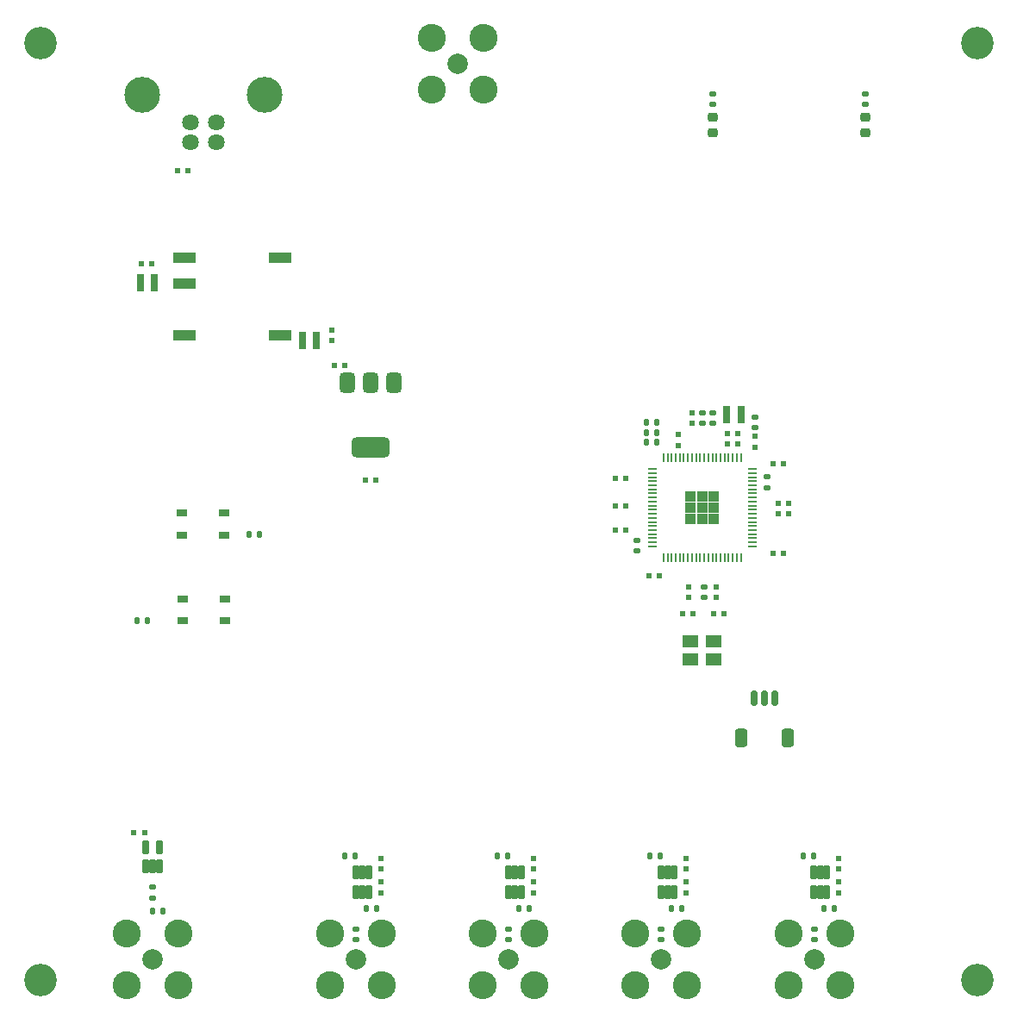
<source format=gbr>
%TF.GenerationSoftware,KiCad,Pcbnew,9.0.1*%
%TF.CreationDate,2025-12-30T17:40:51-06:00*%
%TF.ProjectId,opensync_prototype,6f70656e-7379-46e6-935f-70726f746f74,0.1*%
%TF.SameCoordinates,Original*%
%TF.FileFunction,Soldermask,Top*%
%TF.FilePolarity,Negative*%
%FSLAX46Y46*%
G04 Gerber Fmt 4.6, Leading zero omitted, Abs format (unit mm)*
G04 Created by KiCad (PCBNEW 9.0.1) date 2025-12-30 17:40:51*
%MOMM*%
%LPD*%
G01*
G04 APERTURE LIST*
G04 Aperture macros list*
%AMRoundRect*
0 Rectangle with rounded corners*
0 $1 Rounding radius*
0 $2 $3 $4 $5 $6 $7 $8 $9 X,Y pos of 4 corners*
0 Add a 4 corners polygon primitive as box body*
4,1,4,$2,$3,$4,$5,$6,$7,$8,$9,$2,$3,0*
0 Add four circle primitives for the rounded corners*
1,1,$1+$1,$2,$3*
1,1,$1+$1,$4,$5*
1,1,$1+$1,$6,$7*
1,1,$1+$1,$8,$9*
0 Add four rect primitives between the rounded corners*
20,1,$1+$1,$2,$3,$4,$5,0*
20,1,$1+$1,$4,$5,$6,$7,0*
20,1,$1+$1,$6,$7,$8,$9,0*
20,1,$1+$1,$8,$9,$2,$3,0*%
G04 Aperture macros list end*
%ADD10RoundRect,0.218750X-0.256250X0.218750X-0.256250X-0.218750X0.256250X-0.218750X0.256250X0.218750X0*%
%ADD11RoundRect,0.135000X0.135000X0.185000X-0.135000X0.185000X-0.135000X-0.185000X0.135000X-0.185000X0*%
%ADD12R,0.470000X0.530000*%
%ADD13R,0.530000X0.470000*%
%ADD14RoundRect,0.135000X-0.185000X0.135000X-0.185000X-0.135000X0.185000X-0.135000X0.185000X0.135000X0*%
%ADD15RoundRect,0.150000X-0.150000X-0.625000X0.150000X-0.625000X0.150000X0.625000X-0.150000X0.625000X0*%
%ADD16RoundRect,0.250000X-0.350000X-0.650000X0.350000X-0.650000X0.350000X0.650000X-0.350000X0.650000X0*%
%ADD17RoundRect,0.075500X-0.226500X0.621500X-0.226500X-0.621500X0.226500X-0.621500X0.226500X0.621500X0*%
%ADD18R,0.700000X1.700000*%
%ADD19C,3.200000*%
%ADD20RoundRect,0.135000X-0.135000X-0.185000X0.135000X-0.185000X0.135000X0.185000X-0.135000X0.185000X0*%
%ADD21R,1.050000X0.650000*%
%ADD22C,1.632000*%
%ADD23C,3.520000*%
%ADD24RoundRect,0.075500X0.226500X-0.621500X0.226500X0.621500X-0.226500X0.621500X-0.226500X-0.621500X0*%
%ADD25C,2.754000*%
%ADD26C,2.004000*%
%ADD27RoundRect,0.135000X0.185000X-0.135000X0.185000X0.135000X-0.185000X0.135000X-0.185000X-0.135000X0*%
%ADD28R,2.300000X1.000000*%
%ADD29RoundRect,0.055000X0.335000X-0.055000X0.335000X0.055000X-0.335000X0.055000X-0.335000X-0.055000X0*%
%ADD30RoundRect,0.055000X-0.055000X-0.335000X0.055000X-0.335000X0.055000X0.335000X-0.055000X0.335000X0*%
%ADD31C,0.600000*%
%ADD32R,1.133333X1.133333*%
%ADD33RoundRect,0.102000X0.650000X-0.525000X0.650000X0.525000X-0.650000X0.525000X-0.650000X-0.525000X0*%
%ADD34RoundRect,0.375000X-0.375000X0.625000X-0.375000X-0.625000X0.375000X-0.625000X0.375000X0.625000X0*%
%ADD35RoundRect,0.500000X-1.400000X0.500000X-1.400000X-0.500000X1.400000X-0.500000X1.400000X0.500000X0*%
G04 APERTURE END LIST*
D10*
%TO.C,D1*%
X147000000Y-56212500D03*
X147000000Y-57787500D03*
%TD*%
D11*
%TO.C,R32*%
X129010000Y-134000000D03*
X127990000Y-134000000D03*
%TD*%
%TO.C,R17*%
X96910000Y-128800000D03*
X95890000Y-128800000D03*
%TD*%
D12*
%TO.C,C23*%
X76215000Y-126500000D03*
X75185000Y-126500000D03*
%TD*%
D13*
%TO.C,C22*%
X94600000Y-78215000D03*
X94600000Y-77185000D03*
%TD*%
D11*
%TO.C,R30*%
X114010000Y-134000000D03*
X112990000Y-134000000D03*
%TD*%
D13*
%TO.C,C5*%
X136200000Y-87600000D03*
X136200000Y-88630000D03*
%TD*%
D11*
%TO.C,R18*%
X111910000Y-128800000D03*
X110890000Y-128800000D03*
%TD*%
D14*
%TO.C,R14*%
X132000000Y-53990000D03*
X132000000Y-55010000D03*
%TD*%
D12*
%TO.C,C4*%
X133485000Y-87350000D03*
X134515000Y-87350000D03*
%TD*%
D15*
%TO.C,J12*%
X136100000Y-113300000D03*
X137100000Y-113300000D03*
X138100000Y-113300000D03*
D16*
X134800000Y-117175000D03*
X139400000Y-117175000D03*
%TD*%
D12*
%TO.C,C3*%
X133115000Y-105020000D03*
X132085000Y-105020000D03*
%TD*%
D17*
%TO.C,U6*%
X113250000Y-130440000D03*
X112600000Y-130440000D03*
X111950000Y-130440000D03*
X111950000Y-132360000D03*
X112600000Y-132360000D03*
X113250000Y-132360000D03*
%TD*%
D12*
%TO.C,C18*%
X80515000Y-61500000D03*
X79485000Y-61500000D03*
%TD*%
D13*
%TO.C,C10*%
X129700000Y-102385000D03*
X129700000Y-103415000D03*
%TD*%
D12*
%TO.C,C2*%
X129085000Y-105020000D03*
X130115000Y-105020000D03*
%TD*%
D13*
%TO.C,C29*%
X144400000Y-130115000D03*
X144400000Y-129085000D03*
%TD*%
D14*
%TO.C,R8*%
X137400000Y-91590000D03*
X137400000Y-92610000D03*
%TD*%
D18*
%TO.C,L1*%
X133410000Y-85450000D03*
X134810000Y-85450000D03*
%TD*%
D11*
%TO.C,R28*%
X99010000Y-134000000D03*
X97990000Y-134000000D03*
%TD*%
D19*
%TO.C,H4*%
X66000000Y-141000000D03*
%TD*%
D17*
%TO.C,U8*%
X143250000Y-130440000D03*
X142600000Y-130440000D03*
X141950000Y-130440000D03*
X141950000Y-132360000D03*
X142600000Y-132360000D03*
X143250000Y-132360000D03*
%TD*%
D20*
%TO.C,R10*%
X125490000Y-87200000D03*
X126510000Y-87200000D03*
%TD*%
D12*
%TO.C,C19*%
X95915000Y-80600000D03*
X94885000Y-80600000D03*
%TD*%
D20*
%TO.C,R6*%
X125490000Y-88150000D03*
X126510000Y-88150000D03*
%TD*%
D14*
%TO.C,R9*%
X147000000Y-53990000D03*
X147000000Y-55010000D03*
%TD*%
%TO.C,R12*%
X132000000Y-85290000D03*
X132000000Y-86310000D03*
%TD*%
D11*
%TO.C,R34*%
X144010000Y-134000000D03*
X142990000Y-134000000D03*
%TD*%
D12*
%TO.C,C6*%
X123515000Y-94400000D03*
X122485000Y-94400000D03*
%TD*%
D21*
%TO.C,SW2*%
X84100000Y-105700000D03*
X79950000Y-105700000D03*
X84100000Y-103550000D03*
X79975000Y-103550000D03*
%TD*%
D12*
%TO.C,C1*%
X133485000Y-88300000D03*
X134515000Y-88300000D03*
%TD*%
D11*
%TO.C,R19*%
X126910000Y-128800000D03*
X125890000Y-128800000D03*
%TD*%
D14*
%TO.C,R35*%
X142000000Y-135990000D03*
X142000000Y-137010000D03*
%TD*%
D11*
%TO.C,R3*%
X76510000Y-105700000D03*
X75490000Y-105700000D03*
%TD*%
D12*
%TO.C,C16*%
X138485000Y-95200000D03*
X139515000Y-95200000D03*
%TD*%
D18*
%TO.C,L3*%
X91700000Y-78200000D03*
X93100000Y-78200000D03*
%TD*%
D14*
%TO.C,R11*%
X131000000Y-85290000D03*
X131000000Y-86310000D03*
%TD*%
D18*
%TO.C,L2*%
X75800000Y-72500000D03*
X77200000Y-72500000D03*
%TD*%
D14*
%TO.C,R29*%
X97000000Y-135990000D03*
X97000000Y-137010000D03*
%TD*%
%TO.C,R31*%
X112000000Y-135990000D03*
X112000000Y-137010000D03*
%TD*%
%TO.C,R33*%
X127000000Y-135990000D03*
X127000000Y-137010000D03*
%TD*%
D11*
%TO.C,R4*%
X87510000Y-97200000D03*
X86490000Y-97200000D03*
%TD*%
D20*
%TO.C,R27*%
X76990000Y-134200000D03*
X78010000Y-134200000D03*
%TD*%
D17*
%TO.C,U5*%
X98250000Y-130440000D03*
X97600000Y-130440000D03*
X96950000Y-130440000D03*
X96950000Y-132360000D03*
X97600000Y-132360000D03*
X98250000Y-132360000D03*
%TD*%
D13*
%TO.C,C25*%
X129400000Y-130115000D03*
X129400000Y-129085000D03*
%TD*%
D17*
%TO.C,U7*%
X128250000Y-130440000D03*
X127600000Y-130440000D03*
X126950000Y-130440000D03*
X126950000Y-132360000D03*
X127600000Y-132360000D03*
X128250000Y-132360000D03*
%TD*%
D22*
%TO.C,J1*%
X80750000Y-58740000D03*
X83250000Y-58740000D03*
X83250000Y-56740000D03*
X80750000Y-56740000D03*
D23*
X88020000Y-54030000D03*
X75980000Y-54030000D03*
%TD*%
D12*
%TO.C,C12*%
X123515000Y-91700000D03*
X122485000Y-91700000D03*
%TD*%
D11*
%TO.C,R20*%
X141910000Y-128800000D03*
X140890000Y-128800000D03*
%TD*%
D12*
%TO.C,C13*%
X123515000Y-96800000D03*
X122485000Y-96800000D03*
%TD*%
D10*
%TO.C,D2*%
X132000000Y-56212500D03*
X132000000Y-57787500D03*
%TD*%
D24*
%TO.C,U4*%
X76350000Y-129860000D03*
X77000000Y-129860000D03*
X77650000Y-129860000D03*
X77650000Y-127940000D03*
X76350000Y-127940000D03*
%TD*%
D13*
%TO.C,C26*%
X99400000Y-132415000D03*
X99400000Y-131385000D03*
%TD*%
D20*
%TO.C,R5*%
X125490000Y-86250000D03*
X126510000Y-86250000D03*
%TD*%
D14*
%TO.C,R1*%
X136200000Y-85740000D03*
X136200000Y-86760000D03*
%TD*%
D13*
%TO.C,C9*%
X130000000Y-86315000D03*
X130000000Y-85285000D03*
%TD*%
%TO.C,C28*%
X114400000Y-130115000D03*
X114400000Y-129085000D03*
%TD*%
D12*
%TO.C,C15*%
X137985000Y-99100000D03*
X139015000Y-99100000D03*
%TD*%
D19*
%TO.C,H1*%
X66000000Y-49000000D03*
%TD*%
D13*
%TO.C,C31*%
X144400000Y-132415000D03*
X144400000Y-131385000D03*
%TD*%
%TO.C,C27*%
X129400000Y-132415000D03*
X129400000Y-131385000D03*
%TD*%
D25*
%TO.C,J13*%
X109540000Y-48460000D03*
X104460000Y-48460000D03*
X104460000Y-53540000D03*
X109540000Y-53540000D03*
D26*
X107000000Y-51000000D03*
%TD*%
D12*
%TO.C,C20*%
X76915000Y-70600000D03*
X75885000Y-70600000D03*
%TD*%
%TO.C,C8*%
X138485000Y-94200000D03*
X139515000Y-94200000D03*
%TD*%
D13*
%TO.C,C7*%
X132400000Y-102385000D03*
X132400000Y-103415000D03*
%TD*%
D27*
%TO.C,R13*%
X77000000Y-132910000D03*
X77000000Y-131890000D03*
%TD*%
D19*
%TO.C,H3*%
X158000000Y-141000000D03*
%TD*%
D21*
%TO.C,SW1*%
X79925000Y-95125000D03*
X84075000Y-95125000D03*
X79925000Y-97275000D03*
X84050000Y-97275000D03*
%TD*%
D28*
%TO.C,U3*%
X80100000Y-70020000D03*
X80100000Y-72560000D03*
X80100000Y-77640000D03*
X89500000Y-77640000D03*
X89500000Y-70020000D03*
%TD*%
D13*
%TO.C,C11*%
X128650000Y-88465000D03*
X128650000Y-87435000D03*
%TD*%
%TO.C,C24*%
X99400000Y-130115000D03*
X99400000Y-129085000D03*
%TD*%
D27*
%TO.C,R2*%
X131200000Y-103410000D03*
X131200000Y-102390000D03*
%TD*%
D29*
%TO.C,U2*%
X126103500Y-90800000D03*
X126103500Y-91200000D03*
X126103500Y-91600000D03*
X126103500Y-92000000D03*
X126103500Y-92400000D03*
X126103500Y-92800000D03*
X126103500Y-93200000D03*
X126103500Y-93600000D03*
X126103500Y-94000000D03*
X126103500Y-94400000D03*
X126103500Y-94800000D03*
X126103500Y-95200000D03*
X126103500Y-95600000D03*
X126103500Y-96000000D03*
X126103500Y-96400000D03*
X126103500Y-96800000D03*
X126103500Y-97200000D03*
X126103500Y-97600000D03*
X126103500Y-98000000D03*
X126103500Y-98400000D03*
D30*
X127200000Y-99496500D03*
X127600000Y-99496500D03*
X128000000Y-99496500D03*
X128400000Y-99496500D03*
X128800000Y-99496500D03*
X129200000Y-99496500D03*
X129600000Y-99496500D03*
X130000000Y-99496500D03*
X130400000Y-99496500D03*
X130800000Y-99496500D03*
X131200000Y-99496500D03*
X131600000Y-99496500D03*
X132000000Y-99496500D03*
X132400000Y-99496500D03*
X132800000Y-99496500D03*
X133200000Y-99496500D03*
X133600000Y-99496500D03*
X134000000Y-99496500D03*
X134400000Y-99496500D03*
X134800000Y-99496500D03*
D29*
X135896500Y-98400000D03*
X135896500Y-98000000D03*
X135896500Y-97600000D03*
X135896500Y-97200000D03*
X135896500Y-96800000D03*
X135896500Y-96400000D03*
X135896500Y-96000000D03*
X135896500Y-95600000D03*
X135896500Y-95200000D03*
X135896500Y-94800000D03*
X135896500Y-94400000D03*
X135896500Y-94000000D03*
X135896500Y-93600000D03*
X135896500Y-93200000D03*
X135896500Y-92800000D03*
X135896500Y-92400000D03*
X135896500Y-92000000D03*
X135896500Y-91600000D03*
X135896500Y-91200000D03*
X135896500Y-90800000D03*
D30*
X134800000Y-89703500D03*
X134400000Y-89703500D03*
X134000000Y-89703500D03*
X133600000Y-89703500D03*
X133200000Y-89703500D03*
X132800000Y-89703500D03*
X132400000Y-89703500D03*
X132000000Y-89703500D03*
X131600000Y-89703500D03*
X131200000Y-89703500D03*
X130800000Y-89703500D03*
X130400000Y-89703500D03*
X130000000Y-89703500D03*
X129600000Y-89703500D03*
X129200000Y-89703500D03*
X128800000Y-89703500D03*
X128400000Y-89703500D03*
X128000000Y-89703500D03*
X127600000Y-89703500D03*
X127200000Y-89703500D03*
D31*
X129866667Y-93466667D03*
D32*
X129866667Y-93466667D03*
D31*
X129866667Y-94600000D03*
D32*
X129866667Y-94600000D03*
D31*
X129866667Y-95733333D03*
D32*
X129866667Y-95733333D03*
D31*
X131000000Y-93466667D03*
D32*
X131000000Y-93466667D03*
D31*
X131000000Y-94600000D03*
D32*
X131000000Y-94600000D03*
D31*
X131000000Y-95733333D03*
D32*
X131000000Y-95733333D03*
D31*
X132133333Y-93466667D03*
D32*
X132133333Y-93466667D03*
D31*
X132133333Y-94600000D03*
D32*
X132133333Y-94600000D03*
D31*
X132133333Y-95733333D03*
D32*
X132133333Y-95733333D03*
%TD*%
D33*
%TO.C,Y1*%
X129850000Y-109475000D03*
X132150000Y-109475000D03*
X132150000Y-107725000D03*
X129850000Y-107725000D03*
%TD*%
D12*
%TO.C,C17*%
X126815000Y-101300000D03*
X125785000Y-101300000D03*
%TD*%
D13*
%TO.C,C30*%
X114400000Y-132415000D03*
X114400000Y-131385000D03*
%TD*%
D34*
%TO.C,U1*%
X100700000Y-82350000D03*
X98400000Y-82350000D03*
D35*
X98400000Y-88650000D03*
D34*
X96100000Y-82350000D03*
%TD*%
D12*
%TO.C,C14*%
X137985000Y-90300000D03*
X139015000Y-90300000D03*
%TD*%
%TO.C,C21*%
X97887500Y-91900000D03*
X98917500Y-91900000D03*
%TD*%
D19*
%TO.C,H2*%
X158000000Y-49000000D03*
%TD*%
D14*
%TO.C,R7*%
X124600000Y-97790000D03*
X124600000Y-98810000D03*
%TD*%
D26*
%TO.C,J6*%
X127000000Y-139000000D03*
D25*
X129540000Y-136460000D03*
X124460000Y-136460000D03*
X124460000Y-141540000D03*
X129540000Y-141540000D03*
%TD*%
D26*
%TO.C,J4*%
X97000000Y-139000000D03*
D25*
X99540000Y-136460000D03*
X94460000Y-136460000D03*
X94460000Y-141540000D03*
X99540000Y-141540000D03*
%TD*%
D26*
%TO.C,J2*%
X77000000Y-139000000D03*
D25*
X79540000Y-136460000D03*
X74460000Y-136460000D03*
X74460000Y-141540000D03*
X79540000Y-141540000D03*
%TD*%
D26*
%TO.C,J7*%
X142000000Y-139000000D03*
D25*
X144540000Y-136460000D03*
X139460000Y-136460000D03*
X139460000Y-141540000D03*
X144540000Y-141540000D03*
%TD*%
D26*
%TO.C,J5*%
X112000000Y-139000000D03*
D25*
X114540000Y-136460000D03*
X109460000Y-136460000D03*
X109460000Y-141540000D03*
X114540000Y-141540000D03*
%TD*%
M02*

</source>
